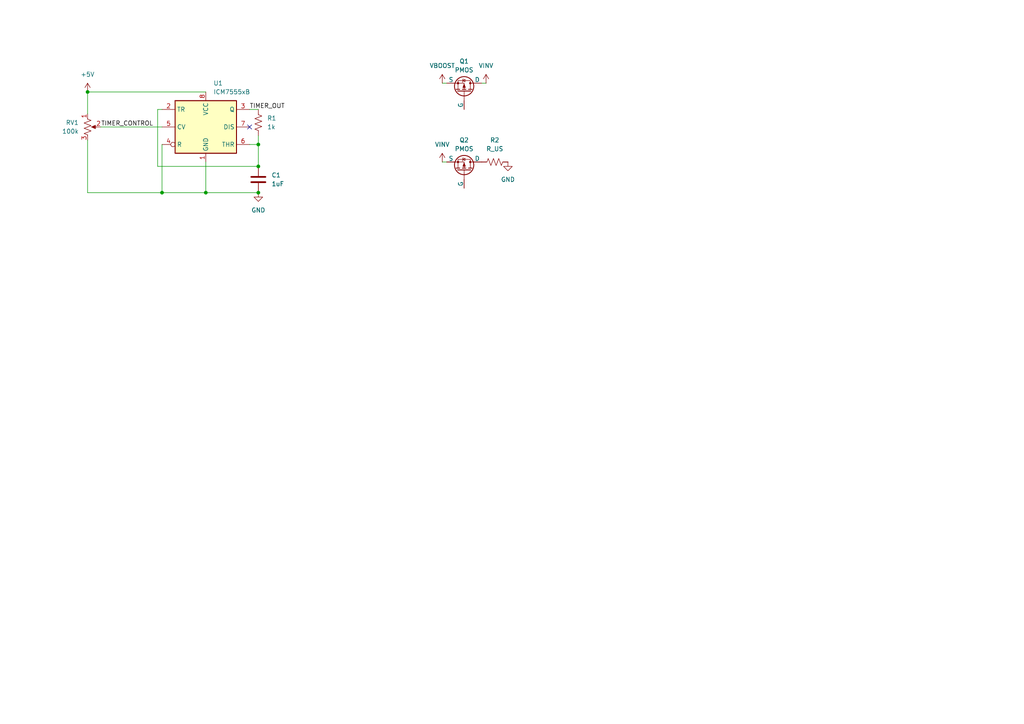
<source format=kicad_sch>
(kicad_sch (version 20231120) (generator "eeschema") (generator_version "8.0")
  (paper "A4")
  (lib_symbols
    (symbol "Device:C" (pin_numbers hide) (pin_names (offset 0.254))
      (property "Reference" "C" (at 0.635 2.54 0))
      (property "Value" "C" (at 0.635 -2.54 0))
      (symbol "C_0_1"
        (polyline (pts (xy -2.032 -0.762) (xy 2.032 -0.762)) (stroke (width 0.508)))
        (polyline (pts (xy -2.032 0.762) (xy 2.032 0.762)) (stroke (width 0.508)))
      )
      (symbol "C_1_1"
        (pin passive line (at 0 3.81 270) (length 2.794) (name "~") (number "1"))
        (pin passive line (at 0 -3.81 90) (length 2.794) (name "~") (number "2"))
      )
    )
    (symbol "Device:R_Potentiometer_US" (pin_names (offset 1.016) hide)
      (property "Reference" "RV" (at -4.445 0 90))
      (property "Value" "R_Potentiometer_US" (at -2.54 0 90))
      (symbol "R_Potentiometer_US_0_1"
        (polyline (pts (xy 0 -2.286) (xy 0 -2.54)))
        (polyline (pts (xy 0 2.54) (xy 0 2.286)))
        (polyline (pts (xy 2.54 0) (xy 1.524 0)))
        (polyline (pts (xy 1.143 0) (xy 2.286 0.508) (xy 2.286 -0.508) (xy 1.143 0)) (fill (type outline)))
        (polyline (pts (xy 0 -0.762) (xy 1.016 -1.143) (xy 0 -1.524) (xy -1.016 -1.905) (xy 0 -2.286)))
        (polyline (pts (xy 0 0.762) (xy 1.016 0.381) (xy 0 0) (xy -1.016 -0.381) (xy 0 -0.762)))
        (polyline (pts (xy 0 2.286) (xy 1.016 1.905) (xy 0 1.524) (xy -1.016 1.143) (xy 0 0.762)))
      )
      (symbol "R_Potentiometer_US_1_1"
        (pin passive line (at 0 3.81 270) (length 1.27) (name "1") (number "1"))
        (pin passive line (at 3.81 0 180) (length 1.27) (name "2") (number "2"))
        (pin passive line (at 0 -3.81 90) (length 1.27) (name "3") (number "3"))
      )
    )
    (symbol "Device:R_US" (pin_numbers hide) (pin_names (offset 0))
      (property "Reference" "R" (at 2.54 0 90))
      (property "Value" "R_US" (at -2.54 0 90))
      (symbol "R_US_0_1"
        (polyline (pts (xy 0 -2.286) (xy 0 -2.54)))
        (polyline (pts (xy 0 2.286) (xy 0 2.54)))
        (polyline (pts (xy 0 -0.762) (xy 1.016 -1.143) (xy 0 -1.524) (xy -1.016 -1.905) (xy 0 -2.286)))
        (polyline (pts (xy 0 0.762) (xy 1.016 0.381) (xy 0 0) (xy -1.016 -0.381) (xy 0 -0.762)))
        (polyline (pts (xy 0 2.286) (xy 1.016 1.905) (xy 0 1.524) (xy -1.016 1.143) (xy 0 0.762)))
      )
      (symbol "R_US_1_1"
        (pin passive line (at 0 3.81 270) (length 1.27) (name "~") (number "1"))
        (pin passive line (at 0 -3.81 90) (length 1.27) (name "~") (number "2"))
      )
    )
    (symbol "Simulation_SPICE:PMOS" (pin_numbers hide) (pin_names (offset 0))
      (property "Reference" "Q" (at 5.08 1.27 0))
      (property "Value" "PMOS" (at 5.08 -1.27 0))
      (symbol "PMOS_0_1"
        (polyline (pts (xy 0.254 0) (xy -2.54 0)))
        (polyline (pts (xy 0.254 1.905) (xy 0.254 -1.905)) (stroke (width 0.254)))
        (polyline (pts (xy 0.762 -1.27) (xy 0.762 -2.286)) (stroke (width 0.254)))
        (polyline (pts (xy 0.762 0.508) (xy 0.762 -0.508)) (stroke (width 0.254)))
        (polyline (pts (xy 0.762 2.286) (xy 0.762 1.27)) (stroke (width 0.254)))
        (polyline (pts (xy 2.54 2.54) (xy 2.54 1.778)))
        (polyline (pts (xy 2.54 -2.54) (xy 2.54 0) (xy 0.762 0)))
        (polyline (pts (xy 0.762 1.778) (xy 3.302 1.778) (xy 3.302 -1.778) (xy 0.762 -1.778)))
        (polyline (pts (xy 2.286 0) (xy 1.27 0.381) (xy 1.27 -0.381) (xy 2.286 0)) (fill (type outline)))
        (polyline (pts (xy 2.794 -0.508) (xy 2.921 -0.381) (xy 3.683 -0.381) (xy 3.81 -0.254)))
        (polyline (pts (xy 3.302 -0.381) (xy 2.921 0.254) (xy 3.683 0.254) (xy 3.302 -0.381)))
        (circle (center 1.651 0) (radius 2.794) (stroke (width 0.254)))
        (circle (center 2.54 -1.778) (radius 0.254) (fill (type outline)))
        (circle (center 2.54 1.778) (radius 0.254) (fill (type outline)))
      )
      (symbol "PMOS_1_1"
        (pin passive line (at 2.54 5.08 270) (length 2.54) (name "D") (number "1"))
        (pin input line (at -5.08 0 0) (length 2.54) (name "G") (number "2"))
        (pin passive line (at 2.54 -5.08 90) (length 2.54) (name "S") (number "3"))
      )
    )
    (symbol "Timer:ICM7555xB"
      (property "Reference" "U" (at -10.16 8.89 0))
      (property "Value" "ICM7555xB" (at 2.54 8.89 0))
      (symbol "ICM7555xB_0_0"
        (pin power_in line (at 0 -10.16 90) (length 2.54) (name "GND") (number "1"))
        (pin power_in line (at 0 10.16 270) (length 2.54) (name "VCC") (number "8"))
      )
      (symbol "ICM7555xB_0_1"
        (rectangle (start -8.89 -7.62) (end 8.89 7.62) (stroke (width 0.254)) (fill (type background)))
        (rectangle (start -8.89 -7.62) (end 8.89 7.62) (stroke (width 0.254)) (fill (type background)))
      )
      (symbol "ICM7555xB_1_1"
        (pin input line (at -12.7 5.08 0) (length 3.81) (name "TR") (number "2"))
        (pin output line (at 12.7 5.08 180) (length 3.81) (name "Q") (number "3"))
        (pin input inverted (at -12.7 -5.08 0) (length 3.81) (name "R") (number "4"))
        (pin input line (at -12.7 0 0) (length 3.81) (name "CV") (number "5"))
        (pin input line (at 12.7 -5.08 180) (length 3.81) (name "THR") (number "6"))
        (pin input line (at 12.7 0 180) (length 3.81) (name "DIS") (number "7"))
      )
    )
    (symbol "power:+5V" (power) (pin_numbers hide) (pin_names (offset 0) hide)
      (property "Value" "+5V" (at 0 3.556 0))
      (symbol "+5V_0_1"
        (polyline (pts (xy -0.762 1.27) (xy 0 2.54)))
        (polyline (pts (xy 0 0) (xy 0 2.54)))
        (polyline (pts (xy 0 2.54) (xy 0.762 1.27)))
      )
      (symbol "+5V_1_1"
        (pin power_in line (at 0 0 90) (length 0) (name "~") (number "1"))
      )
    )
    (symbol "power:GND" (power) (pin_numbers hide) (pin_names (offset 0) hide)
      (property "Value" "GND" (at 0 -3.81 0))
      (symbol "GND_0_1"
        (polyline (pts (xy 0 0) (xy 0 -1.27) (xy 1.27 -1.27) (xy 0 -2.54) (xy -1.27 -1.27) (xy 0 -1.27)))
      )
      (symbol "GND_1_1"
        (pin power_in line (at 0 0 270) (length 0) (name "~") (number "1"))
      )
    )
  )
  (junction (at 25.4 26.67))
  (junction (at 74.93 55.88))
  (junction (at 74.93 41.91))
  (junction (at 59.69 55.88))
  (junction (at 46.99 55.88))
  (junction (at 74.93 48.26))
  (no_connect (at 72.39 36.83))
  (wire (pts (xy 140.97 24.13) (xy 139.7 24.13)))
  (wire (pts (xy 45.72 31.75) (xy 46.99 31.75)))
  (wire (pts (xy 45.72 48.26) (xy 45.72 31.75)))
  (wire (pts (xy 74.93 39.37) (xy 74.93 41.91)))
  (wire (pts (xy 128.27 24.13) (xy 129.54 24.13)))
  (wire (pts (xy 29.21 36.83) (xy 46.99 36.83)))
  (wire (pts (xy 59.69 55.88) (xy 74.93 55.88)))
  (wire (pts (xy 74.93 41.91) (xy 74.93 48.26)))
  (wire (pts (xy 25.4 55.88) (xy 25.4 40.64)))
  (wire (pts (xy 46.99 41.91) (xy 46.99 55.88)))
  (wire (pts (xy 128.27 46.99) (xy 129.54 46.99)))
  (wire (pts (xy 72.39 41.91) (xy 74.93 41.91)))
  (wire (pts (xy 46.99 55.88) (xy 59.69 55.88)))
  (wire (pts (xy 72.39 31.75) (xy 74.93 31.75)))
  (wire (pts (xy 25.4 26.67) (xy 59.69 26.67)))
  (wire (pts (xy 74.93 48.26) (xy 45.72 48.26)))
  (wire (pts (xy 25.4 26.67) (xy 25.4 33.02)))
  (wire (pts (xy 46.99 55.88) (xy 25.4 55.88)))
  (wire (pts (xy 59.69 46.99) (xy 59.69 55.88)))
  (label "TIMER_OUT" (at 72.39 31.75 0))
  (label "TIMER_CONTROL" (at 44.45 36.83 180))
  (symbol (lib_id "Device:R_Potentiometer_US") (at 25.4 36.83 0) (unit 1)
    (property "Reference" "RV1" (at 22.86 35.5599 0) (effects (justify right)))
    (property "Value" "100k" (at 22.86 38.0999 0) (effects (justify right)))
    (property "Description" "Potentiometer, US symbol" (effects (hide yes)))
  )
  (symbol (lib_id "power:+5V") (at 128.27 46.99 0) (unit 1)
    (property "Reference" "#PWR05" (effects (hide yes)))
    (property "Value" "VINV" (at 128.27 41.91 0))
    (property "Description" "Power symbol creates a global label with name \"+5V\"" (effects (hide yes)))
  )
  (symbol (lib_id "Device:C") (at 74.93 52.07 0) (unit 1)
    (property "Reference" "C1" (at 78.74 50.7999 0) (effects (justify left)))
    (property "Value" "1uF" (at 78.74 53.3399 0) (effects (justify left)))
    (property "Description" "Unpolarized capacitor" (effects (hide yes)))
  )
  (symbol (lib_id "power:+5V") (at 140.97 24.13 0) (unit 1)
    (property "Reference" "#PWR04" (effects (hide yes)))
    (property "Value" "VINV" (at 140.97 19.05 0))
    (property "Description" "Power symbol creates a global label with name \"+5V\"" (effects (hide yes)))
  )
  (symbol (lib_id "power:GND") (at 74.93 55.88 0) (unit 1)
    (property "Reference" "#PWR01" (effects (hide yes)))
    (property "Value" "GND" (at 74.93 60.96 0))
    (property "Description" "Power symbol creates a global label with name \"GND\" , ground" (effects (hide yes)))
  )
  (symbol (lib_id "Simulation_SPICE:PMOS") (at 134.62 26.67 270) (mirror x) (unit 1)
    (property "Reference" "Q1" (at 134.62 17.78 90))
    (property "Value" "PMOS" (at 134.62 20.32 90))
    (property "Datasheet" "https://ngspice.sourceforge.io/docs/ngspice-html-manual/manual.xhtml#cha_MOSFETs" (effects (hide yes)))
    (property "Description" "P-MOSFET transistor, drain/source/gate" (effects (hide yes)))
    (property "Sim.Device" "PMOS" (effects (hide yes)))
    (property "Sim.Type" "VDMOS" (effects (hide yes)))
    (property "Sim.Pins" "1=D 2=G 3=S" (effects (hide yes)))
  )
  (symbol (lib_id "Simulation_SPICE:PMOS") (at 134.62 49.53 270) (mirror x) (unit 1)
    (property "Reference" "Q2" (at 134.62 40.64 90))
    (property "Value" "PMOS" (at 134.62 43.18 90))
    (property "Datasheet" "https://ngspice.sourceforge.io/docs/ngspice-html-manual/manual.xhtml#cha_MOSFETs" (effects (hide yes)))
    (property "Description" "P-MOSFET transistor, drain/source/gate" (effects (hide yes)))
    (property "Sim.Device" "PMOS" (effects (hide yes)))
    (property "Sim.Type" "VDMOS" (effects (hide yes)))
    (property "Sim.Pins" "1=D 2=G 3=S" (effects (hide yes)))
  )
  (symbol (lib_id "power:+5V") (at 128.27 24.13 0) (unit 1)
    (property "Reference" "#PWR03" (effects (hide yes)))
    (property "Value" "VBOOST" (at 128.27 19.05 0))
    (property "Description" "Power symbol creates a global label with name \"+5V\"" (effects (hide yes)))
  )
  (symbol (lib_id "power:GND") (at 147.32 46.99 0) (unit 1)
    (property "Reference" "#PWR06" (effects (hide yes)))
    (property "Value" "GND" (at 147.32 52.07 0))
    (property "Description" "Power symbol creates a global label with name \"GND\" , ground" (effects (hide yes)))
  )
  (symbol (lib_id "Device:R_US") (at 143.51 46.99 90) (unit 1)
    (property "Reference" "R2" (at 143.51 40.64 90))
    (property "Value" "R_US" (at 143.51 43.18 90))
    (property "Description" "Resistor, US symbol" (effects (hide yes)))
  )
  (symbol (lib_id "Timer:ICM7555xB") (at 59.69 36.83 0) (unit 1)
    (property "Reference" "U1" (at 61.8841 24.13 0) (effects (justify left)))
    (property "Value" "ICM7555xB" (at 61.8841 26.67 0) (effects (justify left)))
    (property "Footprint" "Package_SO:SOIC-8_3.9x4.9mm_P1.27mm" (effects (hide yes)))
    (property "Datasheet" "http://www.intersil.com/content/dam/Intersil/documents/icm7/icm7555-56.pdf" (effects (hide yes)))
    (property "Description" "CMOS General Purpose Timer, 555 compatible, SOIC-8" (effects (hide yes)))
  )
  (symbol (lib_id "power:+5V") (at 25.4 26.67 0) (unit 1)
    (property "Reference" "#PWR02" (effects (hide yes)))
    (property "Value" "+5V" (at 25.4 21.59 0))
    (property "Description" "Power symbol creates a global label with name \"+5V\"" (effects (hide yes)))
  )
  (symbol (lib_id "Device:R_US") (at 74.93 35.56 0) (unit 1)
    (property "Reference" "R1" (at 77.47 34.2899 0) (effects (justify left)))
    (property "Value" "1k" (at 77.47 36.8299 0) (effects (justify left)))
    (property "Description" "Resistor, US symbol" (effects (hide yes)))
  )
)
</source>
